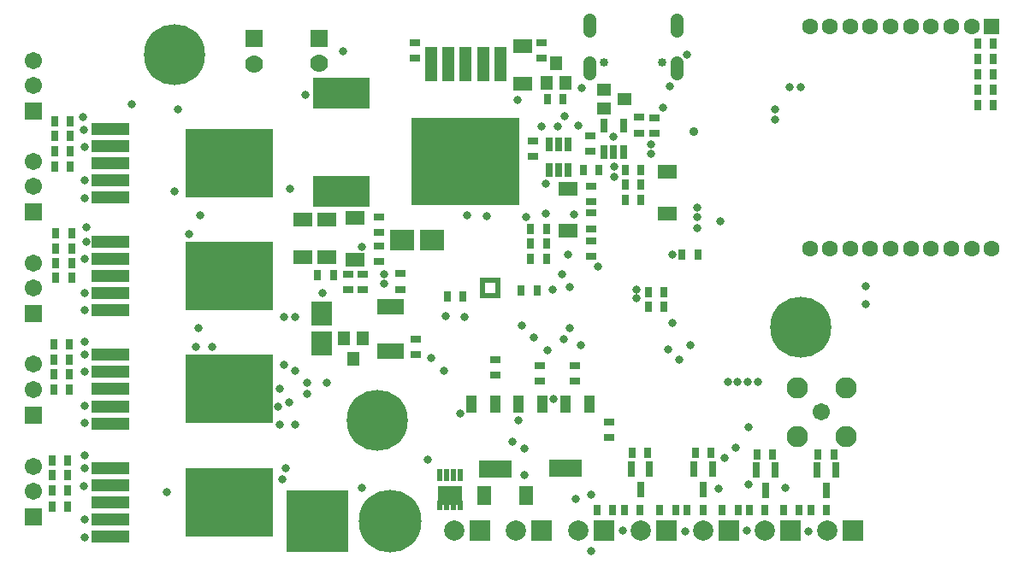
<source format=gbr>
G04 EAGLE Gerber RS-274X export*
G75*
%MOMM*%
%FSLAX34Y34*%
%LPD*%
%INSoldermask Bottom*%
%IPPOS*%
%AMOC8*
5,1,8,0,0,1.08239X$1,22.5*%
G01*
%ADD10R,0.553200X0.503200*%
%ADD11R,0.503200X0.553200*%
%ADD12R,1.100000X0.750000*%
%ADD13R,2.003200X2.353200*%
%ADD14R,0.750000X1.100000*%
%ADD15R,1.900000X1.400000*%
%ADD16R,2.353200X2.003200*%
%ADD17R,1.923200X1.323200*%
%ADD18R,1.323200X1.923200*%
%ADD19R,1.711200X1.711200*%
%ADD20C,1.711200*%
%ADD21C,6.045200*%
%ADD22R,0.803200X1.453200*%
%ADD23R,0.653200X1.603200*%
%ADD24C,1.778200*%
%ADD25R,1.778200X1.778200*%
%ADD26R,2.003200X2.003200*%
%ADD27C,2.003200*%
%ADD28R,6.203200X6.203200*%
%ADD29C,6.203200*%
%ADD30C,2.123200*%
%ADD31R,5.603200X3.103200*%
%ADD32R,0.608200X1.193200*%
%ADD33R,0.608200X0.713200*%
%ADD34R,2.438200X1.928200*%
%ADD35R,0.403200X0.453200*%
%ADD36R,1.203200X1.473200*%
%ADD37R,1.473200X1.203200*%
%ADD38R,0.753200X1.403200*%
%ADD39R,1.041400X1.803400*%
%ADD40R,3.302000X1.803400*%
%ADD41R,3.708400X1.168400*%
%ADD42R,8.661400X6.756400*%
%ADD43C,0.911200*%
%ADD44R,0.762000X1.524000*%
%ADD45R,1.253200X3.413200*%
%ADD46R,10.733200X8.663200*%
%ADD47C,1.311200*%
%ADD48C,0.853200*%
%ADD49R,1.603200X1.603200*%
%ADD50C,1.603200*%
%ADD51C,0.809600*%


D10*
X1107620Y732500D03*
X1107620Y727500D03*
X1107620Y722500D03*
X1107620Y717500D03*
D11*
X1102500Y717500D03*
X1097500Y717500D03*
D10*
X1092380Y717500D03*
X1092380Y722500D03*
X1092380Y727500D03*
X1092380Y732500D03*
D11*
X1097500Y732500D03*
X1102500Y732500D03*
D12*
X1149500Y648350D03*
X1149500Y632850D03*
D13*
X933500Y670450D03*
X933500Y699950D03*
D12*
X1026800Y674150D03*
X1026800Y658650D03*
D14*
X1305550Y758100D03*
X1290050Y758100D03*
D12*
X1200100Y772050D03*
X1200100Y756550D03*
X1200100Y783650D03*
X1200100Y799150D03*
D14*
X1249250Y827100D03*
X1233750Y827100D03*
X1249150Y812100D03*
X1233650Y812100D03*
X1272050Y706100D03*
X1256550Y706100D03*
X1057650Y716800D03*
X1073150Y716800D03*
X1146250Y722200D03*
X1130750Y722200D03*
X1582250Y966800D03*
X1597750Y966800D03*
D12*
X1183500Y648150D03*
X1183500Y632650D03*
X1217500Y576950D03*
X1217500Y592450D03*
D14*
X1582250Y951800D03*
X1597750Y951800D03*
D12*
X1105000Y654050D03*
X1105000Y638550D03*
D14*
X1582250Y936800D03*
X1597750Y936800D03*
D15*
X1131800Y927800D03*
X1131800Y964800D03*
D12*
X1151200Y952750D03*
X1151200Y968250D03*
D14*
X1140250Y768800D03*
X1155750Y768800D03*
X1155750Y783200D03*
X1140250Y783200D03*
D12*
X1198800Y875950D03*
X1198800Y860450D03*
D14*
X1192150Y841800D03*
X1207650Y841800D03*
D15*
X938200Y792700D03*
X938200Y755700D03*
D14*
X929250Y737800D03*
X944750Y737800D03*
X1249050Y842100D03*
X1233550Y842100D03*
D15*
X915000Y792400D03*
X915000Y755400D03*
D12*
X1262200Y878450D03*
X1262200Y893950D03*
X1247200Y878550D03*
X1247200Y894050D03*
D14*
X1271950Y721100D03*
X1256450Y721100D03*
D16*
X1013150Y772600D03*
X1042650Y772600D03*
D17*
X1177400Y781650D03*
X1177400Y823150D03*
X966500Y753150D03*
X966500Y794650D03*
D18*
X1135750Y519500D03*
X1094250Y519500D03*
D17*
X1275400Y798750D03*
X1275400Y840250D03*
D19*
X647600Y498200D03*
D20*
X647600Y523200D03*
X647600Y548200D03*
D19*
X647600Y599300D03*
D20*
X647600Y624300D03*
X647600Y649300D03*
D19*
X647600Y700000D03*
D20*
X647600Y725000D03*
X647600Y750000D03*
D19*
X647600Y800500D03*
D20*
X647600Y825500D03*
X647600Y850500D03*
D21*
X788000Y955900D03*
X988100Y593900D03*
X1407200Y685900D03*
D22*
X1158500Y867200D03*
X1168000Y867200D03*
X1177500Y867200D03*
X1177500Y842200D03*
X1168000Y842200D03*
X1158500Y842200D03*
D23*
X991250Y706800D03*
X997750Y706800D03*
X1004250Y706800D03*
X1010750Y706800D03*
X1010750Y662800D03*
X1004250Y662800D03*
X997750Y662800D03*
X991250Y662800D03*
D24*
X930950Y947400D03*
D25*
X930950Y972400D03*
D24*
X865950Y947300D03*
D25*
X865950Y972300D03*
D26*
X1213000Y484700D03*
D27*
X1187600Y484700D03*
D26*
X1397500Y484700D03*
D27*
X1372100Y484700D03*
D26*
X1458700Y484700D03*
D27*
X1433300Y484700D03*
D26*
X1274300Y484700D03*
D27*
X1248900Y484700D03*
D26*
X1336200Y484700D03*
D27*
X1310800Y484700D03*
D28*
X929100Y494200D03*
D29*
X1001100Y494200D03*
D30*
X1404100Y626000D03*
X1452100Y626000D03*
X1452100Y578000D03*
X1404100Y578000D03*
D20*
X1428100Y602000D03*
D26*
X1151100Y484700D03*
D27*
X1125700Y484700D03*
D31*
X952900Y820700D03*
X952900Y917700D03*
D12*
X1199800Y825950D03*
X1199800Y810450D03*
D19*
X647600Y900600D03*
D20*
X647600Y925600D03*
X647600Y950600D03*
D32*
X1050280Y539650D03*
X1056880Y539650D03*
X1063480Y539650D03*
X1070080Y539650D03*
D33*
X1070080Y508550D03*
X1063480Y508550D03*
X1056880Y508550D03*
X1050280Y508550D03*
D34*
X1060180Y519720D03*
D35*
X1071160Y512350D03*
X1049240Y512350D03*
D36*
X964400Y655000D03*
X973900Y675000D03*
X954900Y675000D03*
X1165100Y948000D03*
X1155600Y928000D03*
X1174600Y928000D03*
D37*
X1233000Y912400D03*
X1213000Y921900D03*
X1213000Y902900D03*
D14*
X1440050Y560300D03*
X1424550Y560300D03*
D12*
X990000Y751150D03*
X990000Y766650D03*
X990000Y779950D03*
X990000Y795450D03*
D14*
X1140250Y754000D03*
X1155750Y754000D03*
D12*
X1142300Y855150D03*
X1142300Y870650D03*
D14*
X1379750Y560300D03*
X1364250Y560300D03*
D12*
X974300Y723350D03*
X974300Y738850D03*
D14*
X681750Y554300D03*
X666250Y554300D03*
X1318450Y561300D03*
X1302950Y561300D03*
X1256150Y561300D03*
X1240650Y561300D03*
X681750Y539300D03*
X666250Y539300D03*
X681750Y524300D03*
X666250Y524300D03*
X681750Y508300D03*
X666250Y508300D03*
X685750Y735300D03*
X670250Y735300D03*
X685750Y749300D03*
X670250Y749300D03*
X685750Y764300D03*
X670250Y764300D03*
X685750Y779300D03*
X670250Y779300D03*
X683750Y669300D03*
X668250Y669300D03*
X683750Y654300D03*
X668250Y654300D03*
X683750Y639300D03*
X668250Y639300D03*
X683750Y624300D03*
X668250Y624300D03*
X684750Y845300D03*
X669250Y845300D03*
X684750Y860400D03*
X669250Y860400D03*
X684750Y875400D03*
X669250Y875400D03*
X684750Y890400D03*
X669250Y890400D03*
X1372150Y505000D03*
X1356650Y505000D03*
X1345250Y505000D03*
X1329750Y505000D03*
D12*
X959600Y738850D03*
X959600Y723350D03*
X1011100Y723750D03*
X1011100Y739250D03*
D14*
X1156350Y912600D03*
X1171850Y912600D03*
X1432750Y505100D03*
X1417250Y505100D03*
X1405850Y505100D03*
X1390350Y505100D03*
X1248150Y505100D03*
X1232650Y505100D03*
X1221050Y505100D03*
X1205550Y505100D03*
X1310550Y505100D03*
X1295050Y505100D03*
X1283450Y505100D03*
X1267950Y505100D03*
X1582250Y906600D03*
X1597750Y906600D03*
X1582250Y921600D03*
X1597750Y921600D03*
D12*
X1025400Y952450D03*
X1025400Y967950D03*
D38*
X1231800Y859900D03*
X1222300Y859900D03*
X1212800Y859900D03*
X1212800Y885900D03*
X1231800Y885900D03*
D39*
X1151686Y610104D03*
X1174800Y610104D03*
X1197914Y610104D03*
D40*
X1174800Y546096D03*
D41*
X723749Y590764D03*
X723749Y607782D03*
X723749Y624800D03*
X723749Y641818D03*
X723749Y658836D03*
D42*
X841732Y624800D03*
D41*
X723749Y703064D03*
X723749Y720082D03*
X723749Y737100D03*
X723749Y754118D03*
X723749Y771136D03*
D42*
X841732Y737100D03*
D41*
X723749Y814464D03*
X723749Y831482D03*
X723749Y848500D03*
X723749Y865518D03*
X723749Y882536D03*
D42*
X841732Y848500D03*
D43*
X1301900Y880300D03*
D44*
X1301556Y545960D03*
X1319844Y545960D03*
X1310700Y525640D03*
X1239556Y545960D03*
X1257844Y545960D03*
X1248700Y525640D03*
D39*
X1081686Y609904D03*
X1104800Y609904D03*
X1127914Y609904D03*
D40*
X1104800Y545896D03*
D44*
X1423556Y544960D03*
X1441844Y544960D03*
X1432700Y524640D03*
X1363556Y544960D03*
X1381844Y544960D03*
X1372700Y524640D03*
D41*
X723749Y478464D03*
X723749Y495482D03*
X723749Y512500D03*
X723749Y529518D03*
X723749Y546536D03*
D42*
X841732Y512500D03*
D45*
X1041900Y946700D03*
X1058900Y946700D03*
X1075900Y946700D03*
X1092900Y946700D03*
X1109900Y946700D03*
D46*
X1075900Y850400D03*
D47*
X1284600Y979660D02*
X1284600Y990740D01*
X1198200Y990740D02*
X1198200Y979660D01*
X1198200Y948940D02*
X1198200Y937860D01*
X1284600Y937860D02*
X1284600Y948940D01*
D48*
X1212500Y948400D03*
X1270300Y948400D03*
D49*
X1596300Y984000D03*
D50*
X1576300Y984000D03*
X1556300Y984000D03*
X1536300Y984000D03*
X1516300Y984000D03*
X1496300Y984000D03*
X1476300Y984000D03*
X1456300Y984000D03*
X1436300Y984000D03*
X1416300Y984000D03*
X1416300Y764000D03*
X1436300Y764000D03*
X1456300Y764000D03*
X1476300Y764000D03*
X1496300Y764000D03*
X1516300Y764000D03*
X1536300Y764000D03*
X1556300Y764000D03*
X1576300Y764000D03*
X1596300Y764000D03*
D26*
X1089700Y484700D03*
D27*
X1064300Y484700D03*
D51*
X1163000Y615000D03*
X1271000Y904000D03*
X1332000Y557000D03*
X919000Y620000D03*
X894000Y535000D03*
X1162000Y723000D03*
X745000Y907000D03*
X1179000Y685000D03*
X1326000Y526000D03*
X1305000Y795000D03*
X934000Y720000D03*
X890000Y607000D03*
X780000Y523000D03*
X898000Y546000D03*
X1200000Y464000D03*
X1185000Y516000D03*
X1223000Y845000D03*
X1245000Y723000D03*
X1128000Y594000D03*
X1134000Y540000D03*
X954000Y960000D03*
X1328000Y791000D03*
X1305000Y784000D03*
X907000Y696000D03*
X907000Y643000D03*
X907000Y590000D03*
X1171000Y739000D03*
X1179000Y726000D03*
X896000Y696000D03*
X896000Y649000D03*
X901000Y612000D03*
X892000Y590000D03*
X809000Y667000D03*
X825000Y667000D03*
X1207000Y746000D03*
X1472000Y727000D03*
X919000Y631000D03*
X938000Y631000D03*
X1122000Y573000D03*
X811000Y685000D03*
X802000Y778000D03*
X813000Y797000D03*
X973000Y527000D03*
X1472000Y709000D03*
X1365000Y632000D03*
X1355000Y632000D03*
X1335000Y632000D03*
X1345000Y632000D03*
X892000Y625000D03*
X1392000Y527000D03*
X1356000Y587000D03*
X1136000Y795000D03*
X1155000Y799000D03*
X699000Y720000D03*
X699000Y832000D03*
X699000Y608000D03*
X699100Y495500D03*
X995000Y729000D03*
X1134000Y566000D03*
X1191000Y923000D03*
X1278000Y925000D03*
X1155000Y828000D03*
X1174000Y895000D03*
X1221900Y874700D03*
X1167000Y885000D03*
X995000Y739000D03*
X917000Y916000D03*
X902000Y823000D03*
X973000Y766000D03*
X699000Y478000D03*
X699000Y591000D03*
X699000Y703000D03*
X699000Y814000D03*
X791000Y902000D03*
X788000Y821000D03*
X1259000Y858000D03*
X1295000Y956000D03*
X1177000Y758000D03*
X1183000Y798000D03*
X1223000Y835000D03*
X1245000Y715000D03*
X1280000Y758000D03*
X1038000Y555000D03*
X1054000Y643000D03*
X1056000Y697000D03*
X1305000Y805000D03*
X1187000Y886000D03*
X1356000Y530000D03*
X1343000Y567000D03*
X1077000Y797000D03*
X1127000Y911000D03*
X1151000Y885000D03*
X1097000Y796000D03*
X1143000Y676000D03*
X1131000Y688000D03*
X1157000Y663000D03*
X1173000Y674000D03*
X1075000Y696000D03*
X698000Y529000D03*
X699000Y642000D03*
X1382000Y902000D03*
X1382000Y892000D03*
X699000Y546000D03*
X699000Y659000D03*
X700000Y771000D03*
X698000Y882000D03*
X699000Y754000D03*
X699000Y865000D03*
X699000Y559000D03*
X700000Y785000D03*
X1354000Y485000D03*
X1415000Y484000D03*
X699000Y672000D03*
X1231000Y485000D03*
X1293000Y484000D03*
X697000Y894000D03*
X1070000Y601000D03*
X1407000Y924000D03*
X1396000Y924000D03*
X1259000Y867000D03*
X1200000Y520000D03*
X1287000Y654000D03*
X1298000Y668000D03*
X1280000Y690000D03*
X1190000Y668000D03*
X1276000Y664000D03*
X1042000Y656000D03*
M02*

</source>
